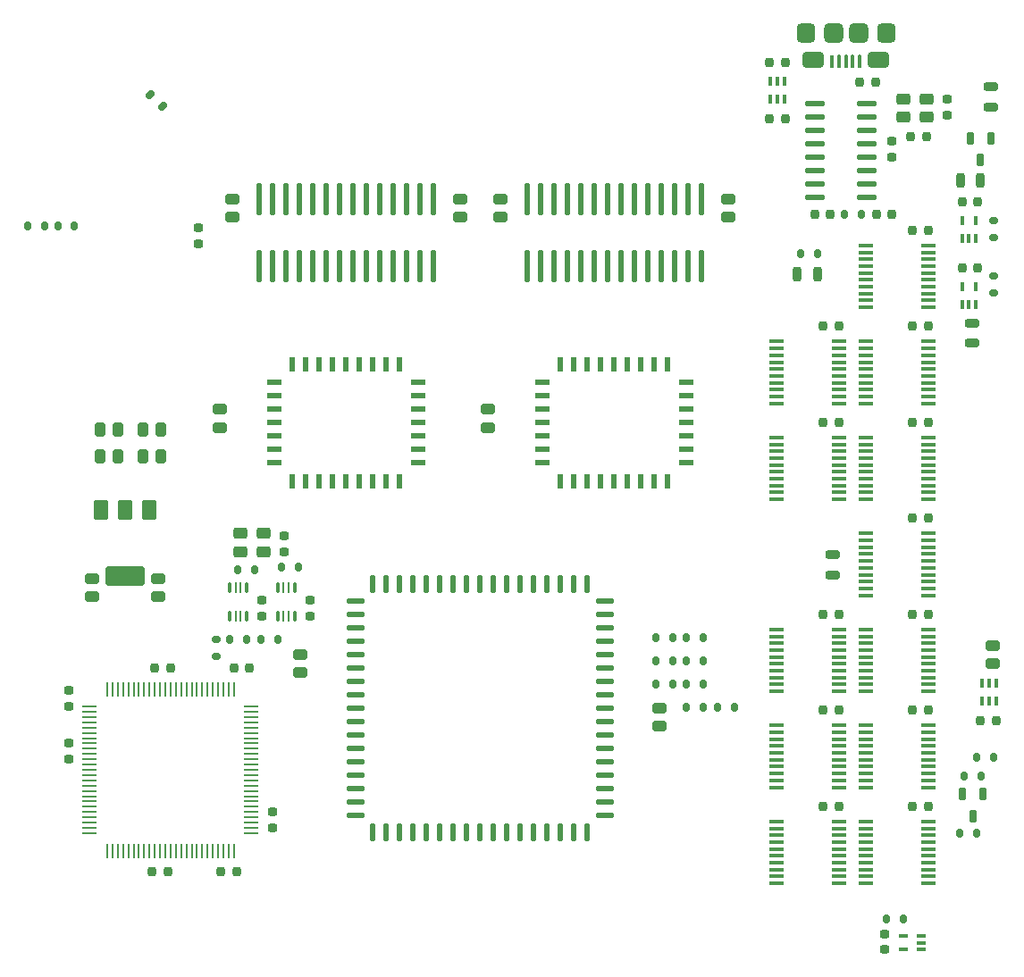
<source format=gtp>
G04 #@! TF.GenerationSoftware,KiCad,Pcbnew,8.0.5*
G04 #@! TF.CreationDate,2024-10-03T05:33:06-04:00*
G04 #@! TF.ProjectId,WarpSE,57617270-5345-42e6-9b69-6361645f7063,1.0*
G04 #@! TF.SameCoordinates,Original*
G04 #@! TF.FileFunction,Paste,Top*
G04 #@! TF.FilePolarity,Positive*
%FSLAX46Y46*%
G04 Gerber Fmt 4.6, Leading zero omitted, Abs format (unit mm)*
G04 Created by KiCad (PCBNEW 8.0.5) date 2024-10-03 05:33:06*
%MOMM*%
%LPD*%
G01*
G04 APERTURE LIST*
G04 Aperture macros list*
%AMRoundRect*
0 Rectangle with rounded corners*
0 $1 Rounding radius*
0 $2 $3 $4 $5 $6 $7 $8 $9 X,Y pos of 4 corners*
0 Add a 4 corners polygon primitive as box body*
4,1,4,$2,$3,$4,$5,$6,$7,$8,$9,$2,$3,0*
0 Add four circle primitives for the rounded corners*
1,1,$1+$1,$2,$3*
1,1,$1+$1,$4,$5*
1,1,$1+$1,$6,$7*
1,1,$1+$1,$8,$9*
0 Add four rect primitives between the rounded corners*
20,1,$1+$1,$2,$3,$4,$5,0*
20,1,$1+$1,$4,$5,$6,$7,0*
20,1,$1+$1,$6,$7,$8,$9,0*
20,1,$1+$1,$8,$9,$2,$3,0*%
G04 Aperture macros list end*
%ADD10RoundRect,0.250000X-0.250000X-0.425000X0.250000X-0.425000X0.250000X0.425000X-0.250000X0.425000X0*%
%ADD11RoundRect,0.057500X0.645000X0.057500X-0.645000X0.057500X-0.645000X-0.057500X0.645000X-0.057500X0*%
%ADD12RoundRect,0.057500X0.057500X0.645000X-0.057500X0.645000X-0.057500X-0.645000X0.057500X-0.645000X0*%
%ADD13RoundRect,0.137500X-0.137500X1.361500X-0.137500X-1.361500X0.137500X-1.361500X0.137500X1.361500X0*%
%ADD14RoundRect,0.192500X-0.192500X-0.242500X0.192500X-0.242500X0.192500X0.242500X-0.192500X0.242500X0*%
%ADD15RoundRect,0.092500X-0.592500X-0.092500X0.592500X-0.092500X0.592500X0.092500X-0.592500X0.092500X0*%
%ADD16RoundRect,0.192500X0.192500X0.242500X-0.192500X0.242500X-0.192500X-0.242500X0.192500X-0.242500X0*%
%ADD17RoundRect,0.250000X0.425000X-0.250000X0.425000X0.250000X-0.425000X0.250000X-0.425000X-0.250000X0*%
%ADD18RoundRect,0.250000X-0.425000X0.250000X-0.425000X-0.250000X0.425000X-0.250000X0.425000X0.250000X0*%
%ADD19RoundRect,0.192500X-0.242500X0.192500X-0.242500X-0.192500X0.242500X-0.192500X0.242500X0.192500X0*%
%ADD20RoundRect,0.192500X0.242500X-0.192500X0.242500X0.192500X-0.242500X0.192500X-0.242500X-0.192500X0*%
%ADD21RoundRect,0.137500X0.575000X-0.137500X0.575000X0.137500X-0.575000X0.137500X-0.575000X-0.137500X0*%
%ADD22RoundRect,0.137500X0.137500X-0.575000X0.137500X0.575000X-0.137500X0.575000X-0.137500X-0.575000X0*%
%ADD23RoundRect,0.137500X-0.137500X-0.687500X0.137500X-0.687500X0.137500X0.687500X-0.137500X0.687500X0*%
%ADD24RoundRect,0.137500X-0.687500X-0.137500X0.687500X-0.137500X0.687500X0.137500X-0.687500X0.137500X0*%
%ADD25RoundRect,0.280000X-0.420000X0.670000X-0.420000X-0.670000X0.420000X-0.670000X0.420000X0.670000X0*%
%ADD26RoundRect,0.285000X-1.565000X0.665000X-1.565000X-0.665000X1.565000X-0.665000X1.565000X0.665000X0*%
%ADD27RoundRect,0.150000X0.150000X0.275000X-0.150000X0.275000X-0.150000X-0.275000X0.150000X-0.275000X0*%
%ADD28RoundRect,0.150000X0.300520X0.088388X0.088388X0.300520X-0.300520X-0.088388X-0.088388X-0.300520X0*%
%ADD29RoundRect,0.175000X-0.175000X0.450000X-0.175000X-0.450000X0.175000X-0.450000X0.175000X0.450000X0*%
%ADD30RoundRect,0.137500X0.812500X0.137500X-0.812500X0.137500X-0.812500X-0.137500X0.812500X-0.137500X0*%
%ADD31RoundRect,0.080000X0.080000X-0.380000X0.080000X0.380000X-0.080000X0.380000X-0.080000X-0.380000X0*%
%ADD32RoundRect,0.200000X-0.200000X-0.475000X0.200000X-0.475000X0.200000X0.475000X-0.200000X0.475000X0*%
%ADD33RoundRect,0.080000X0.080000X0.555000X-0.080000X0.555000X-0.080000X-0.555000X0.080000X-0.555000X0*%
%ADD34RoundRect,0.075000X0.075000X0.550000X-0.075000X0.550000X-0.075000X-0.550000X0.075000X-0.550000X0*%
%ADD35RoundRect,0.437500X0.437500X0.487500X-0.437500X0.487500X-0.437500X-0.487500X0.437500X-0.487500X0*%
%ADD36RoundRect,0.387500X0.637500X0.387500X-0.637500X0.387500X-0.637500X-0.387500X0.637500X-0.387500X0*%
%ADD37RoundRect,0.462500X0.462500X0.462500X-0.462500X0.462500X-0.462500X-0.462500X0.462500X-0.462500X0*%
%ADD38RoundRect,0.150000X-0.150000X-0.275000X0.150000X-0.275000X0.150000X0.275000X-0.150000X0.275000X0*%
%ADD39RoundRect,0.200000X0.475000X-0.200000X0.475000X0.200000X-0.475000X0.200000X-0.475000X-0.200000X0*%
%ADD40RoundRect,0.150000X0.275000X-0.150000X0.275000X0.150000X-0.275000X0.150000X-0.275000X-0.150000X0*%
%ADD41RoundRect,0.150000X-0.275000X0.150000X-0.275000X-0.150000X0.275000X-0.150000X0.275000X0.150000X0*%
%ADD42RoundRect,0.080000X-0.080000X0.380000X-0.080000X-0.380000X0.080000X-0.380000X0.080000X0.380000X0*%
%ADD43RoundRect,0.275000X0.375000X0.275000X-0.375000X0.275000X-0.375000X-0.275000X0.375000X-0.275000X0*%
%ADD44RoundRect,0.087500X-0.087500X0.387500X-0.087500X-0.387500X0.087500X-0.387500X0.087500X0.387500X0*%
%ADD45RoundRect,0.062500X-0.062500X0.412500X-0.062500X-0.412500X0.062500X-0.412500X0.062500X0.412500X0*%
%ADD46RoundRect,0.087500X0.087500X0.387500X-0.087500X0.387500X-0.087500X-0.387500X0.087500X-0.387500X0*%
%ADD47RoundRect,0.200000X0.200000X0.475000X-0.200000X0.475000X-0.200000X-0.475000X0.200000X-0.475000X0*%
%ADD48RoundRect,0.080000X0.380000X0.080000X-0.380000X0.080000X-0.380000X-0.080000X0.380000X-0.080000X0*%
G04 APERTURE END LIST*
D10*
X112550000Y-76800000D03*
X114250000Y-76800000D03*
X116600000Y-76800000D03*
X118300000Y-76800000D03*
X116600000Y-79400000D03*
X118300000Y-79400000D03*
X112550000Y-79400000D03*
X114250000Y-79400000D03*
D11*
X126912500Y-115100000D03*
X126912500Y-114600000D03*
X126912500Y-114100000D03*
X126912500Y-113600000D03*
X126912500Y-113100000D03*
X126912500Y-112600000D03*
X126912500Y-112100000D03*
X126912500Y-111600000D03*
X126912500Y-111100000D03*
X126912500Y-110600000D03*
X126912500Y-110100000D03*
X126912500Y-109600000D03*
X126912500Y-109100000D03*
X126912500Y-108600000D03*
X126912500Y-108100000D03*
X126912500Y-107600000D03*
X126912500Y-107100000D03*
X126912500Y-106600000D03*
X126912500Y-106100000D03*
X126912500Y-105600000D03*
X126912500Y-105100000D03*
X126912500Y-104600000D03*
X126912500Y-104100000D03*
X126912500Y-103600000D03*
X126912500Y-103100000D03*
D12*
X125250000Y-101437500D03*
X124750000Y-101437500D03*
X124250000Y-101437500D03*
X123750000Y-101437500D03*
X123250000Y-101437500D03*
X122750000Y-101437500D03*
X122250000Y-101437500D03*
X121750000Y-101437500D03*
X121250000Y-101437500D03*
X120750000Y-101437500D03*
X120250000Y-101437500D03*
X119750000Y-101437500D03*
X119250000Y-101437500D03*
X118750000Y-101437500D03*
X118250000Y-101437500D03*
X117750000Y-101437500D03*
X117250000Y-101437500D03*
X116750000Y-101437500D03*
X116250000Y-101437500D03*
X115750000Y-101437500D03*
X115250000Y-101437500D03*
X114750000Y-101437500D03*
X114250000Y-101437500D03*
X113750000Y-101437500D03*
X113250000Y-101437500D03*
D11*
X111587500Y-103100000D03*
X111587500Y-103600000D03*
X111587500Y-104100000D03*
X111587500Y-104600000D03*
X111587500Y-105100000D03*
X111587500Y-105600000D03*
X111587500Y-106100000D03*
X111587500Y-106600000D03*
X111587500Y-107100000D03*
X111587500Y-107600000D03*
X111587500Y-108100000D03*
X111587500Y-108600000D03*
X111587500Y-109100000D03*
X111587500Y-109600000D03*
X111587500Y-110100000D03*
X111587500Y-110600000D03*
X111587500Y-111100000D03*
X111587500Y-111600000D03*
X111587500Y-112100000D03*
X111587500Y-112600000D03*
X111587500Y-113100000D03*
X111587500Y-113600000D03*
X111587500Y-114100000D03*
X111587500Y-114600000D03*
X111587500Y-115100000D03*
D12*
X113250000Y-116762500D03*
X113750000Y-116762500D03*
X114250000Y-116762500D03*
X114750000Y-116762500D03*
X115250000Y-116762500D03*
X115750000Y-116762500D03*
X116250000Y-116762500D03*
X116750000Y-116762500D03*
X117250000Y-116762500D03*
X117750000Y-116762500D03*
X118250000Y-116762500D03*
X118750000Y-116762500D03*
X119250000Y-116762500D03*
X119750000Y-116762500D03*
X120250000Y-116762500D03*
X120750000Y-116762500D03*
X121250000Y-116762500D03*
X121750000Y-116762500D03*
X122250000Y-116762500D03*
X122750000Y-116762500D03*
X123250000Y-116762500D03*
X123750000Y-116762500D03*
X124250000Y-116762500D03*
X124750000Y-116762500D03*
X125250000Y-116762500D03*
D13*
X169545000Y-54991000D03*
X168275000Y-54991000D03*
X167005000Y-54991000D03*
X165735000Y-54991000D03*
X164465000Y-54991000D03*
X163195000Y-54991000D03*
X161925000Y-54991000D03*
X160655000Y-54991000D03*
X159385000Y-54991000D03*
X158115000Y-54991000D03*
X156845000Y-54991000D03*
X155575000Y-54991000D03*
X154305000Y-54991000D03*
X153035000Y-54991000D03*
X153035000Y-61341000D03*
X154305000Y-61341000D03*
X155575000Y-61341000D03*
X156845000Y-61341000D03*
X158115000Y-61341000D03*
X159385000Y-61341000D03*
X160655000Y-61341000D03*
X161925000Y-61341000D03*
X163195000Y-61341000D03*
X164465000Y-61341000D03*
X165735000Y-61341000D03*
X167005000Y-61341000D03*
X168275000Y-61341000D03*
X169545000Y-61341000D03*
D14*
X125250000Y-99450000D03*
X126750000Y-99450000D03*
D15*
X176650000Y-95800000D03*
X176650000Y-96450000D03*
X176650000Y-97100000D03*
X176650000Y-97750000D03*
X176650000Y-98400000D03*
X176650000Y-99050000D03*
X176650000Y-99700000D03*
X176650000Y-100350000D03*
X176650000Y-101000000D03*
X176650000Y-101650000D03*
X182550000Y-101650000D03*
X182550000Y-101000000D03*
X182550000Y-100350000D03*
X182550000Y-99700000D03*
X182550000Y-99050000D03*
X182550000Y-98400000D03*
X182550000Y-97750000D03*
X182550000Y-97100000D03*
X182550000Y-96450000D03*
X182550000Y-95800000D03*
D16*
X182550000Y-94350000D03*
X181050000Y-94350000D03*
X191050000Y-57950000D03*
X189550000Y-57950000D03*
X191050000Y-94350000D03*
X189550000Y-94350000D03*
X191050000Y-85250000D03*
X189550000Y-85250000D03*
X182550000Y-112550000D03*
X181050000Y-112550000D03*
X191050000Y-112550000D03*
X189550000Y-112550000D03*
X191050000Y-67050000D03*
X189550000Y-67050000D03*
X182550000Y-67050000D03*
X181050000Y-67050000D03*
X182550000Y-76150000D03*
X181050000Y-76150000D03*
X182550000Y-103450000D03*
X181050000Y-103450000D03*
X191050000Y-103450000D03*
X189550000Y-103450000D03*
D17*
X197167500Y-99060000D03*
X197167500Y-97360000D03*
D18*
X131572000Y-98171000D03*
X131572000Y-99871000D03*
X165608000Y-103251000D03*
X165608000Y-104951000D03*
D15*
X176650000Y-68500000D03*
X176650000Y-69150000D03*
X176650000Y-69800000D03*
X176650000Y-70450000D03*
X176650000Y-71100000D03*
X176650000Y-71750000D03*
X176650000Y-72400000D03*
X176650000Y-73050000D03*
X176650000Y-73700000D03*
X176650000Y-74350000D03*
X182550000Y-74350000D03*
X182550000Y-73700000D03*
X182550000Y-73050000D03*
X182550000Y-72400000D03*
X182550000Y-71750000D03*
X182550000Y-71100000D03*
X182550000Y-70450000D03*
X182550000Y-69800000D03*
X182550000Y-69150000D03*
X182550000Y-68500000D03*
X176650000Y-77600000D03*
X176650000Y-78250000D03*
X176650000Y-78900000D03*
X176650000Y-79550000D03*
X176650000Y-80200000D03*
X176650000Y-80850000D03*
X176650000Y-81500000D03*
X176650000Y-82150000D03*
X176650000Y-82800000D03*
X176650000Y-83450000D03*
X182550000Y-83450000D03*
X182550000Y-82800000D03*
X182550000Y-82150000D03*
X182550000Y-81500000D03*
X182550000Y-80850000D03*
X182550000Y-80200000D03*
X182550000Y-79550000D03*
X182550000Y-78900000D03*
X182550000Y-78250000D03*
X182550000Y-77600000D03*
X185150000Y-59400000D03*
X185150000Y-60050000D03*
X185150000Y-60700000D03*
X185150000Y-61350000D03*
X185150000Y-62000000D03*
X185150000Y-62650000D03*
X185150000Y-63300000D03*
X185150000Y-63950000D03*
X185150000Y-64600000D03*
X185150000Y-65250000D03*
X191050000Y-65250000D03*
X191050000Y-64600000D03*
X191050000Y-63950000D03*
X191050000Y-63300000D03*
X191050000Y-62650000D03*
X191050000Y-62000000D03*
X191050000Y-61350000D03*
X191050000Y-60700000D03*
X191050000Y-60050000D03*
X191050000Y-59400000D03*
X185150000Y-68500000D03*
X185150000Y-69150000D03*
X185150000Y-69800000D03*
X185150000Y-70450000D03*
X185150000Y-71100000D03*
X185150000Y-71750000D03*
X185150000Y-72400000D03*
X185150000Y-73050000D03*
X185150000Y-73700000D03*
X185150000Y-74350000D03*
X191050000Y-74350000D03*
X191050000Y-73700000D03*
X191050000Y-73050000D03*
X191050000Y-72400000D03*
X191050000Y-71750000D03*
X191050000Y-71100000D03*
X191050000Y-70450000D03*
X191050000Y-69800000D03*
X191050000Y-69150000D03*
X191050000Y-68500000D03*
X185150000Y-86700000D03*
X185150000Y-87350000D03*
X185150000Y-88000000D03*
X185150000Y-88650000D03*
X185150000Y-89300000D03*
X185150000Y-89950000D03*
X185150000Y-90600000D03*
X185150000Y-91250000D03*
X185150000Y-91900000D03*
X185150000Y-92550000D03*
X191050000Y-92550000D03*
X191050000Y-91900000D03*
X191050000Y-91250000D03*
X191050000Y-90600000D03*
X191050000Y-89950000D03*
X191050000Y-89300000D03*
X191050000Y-88650000D03*
X191050000Y-88000000D03*
X191050000Y-87350000D03*
X191050000Y-86700000D03*
X185150000Y-77600000D03*
X185150000Y-78250000D03*
X185150000Y-78900000D03*
X185150000Y-79550000D03*
X185150000Y-80200000D03*
X185150000Y-80850000D03*
X185150000Y-81500000D03*
X185150000Y-82150000D03*
X185150000Y-82800000D03*
X185150000Y-83450000D03*
X191050000Y-83450000D03*
X191050000Y-82800000D03*
X191050000Y-82150000D03*
X191050000Y-81500000D03*
X191050000Y-80850000D03*
X191050000Y-80200000D03*
X191050000Y-79550000D03*
X191050000Y-78900000D03*
X191050000Y-78250000D03*
X191050000Y-77600000D03*
X176650000Y-104900000D03*
X176650000Y-105550000D03*
X176650000Y-106200000D03*
X176650000Y-106850000D03*
X176650000Y-107500000D03*
X176650000Y-108150000D03*
X176650000Y-108800000D03*
X176650000Y-109450000D03*
X176650000Y-110100000D03*
X176650000Y-110750000D03*
X182550000Y-110750000D03*
X182550000Y-110100000D03*
X182550000Y-109450000D03*
X182550000Y-108800000D03*
X182550000Y-108150000D03*
X182550000Y-107500000D03*
X182550000Y-106850000D03*
X182550000Y-106200000D03*
X182550000Y-105550000D03*
X182550000Y-104900000D03*
X176650000Y-114000000D03*
X176650000Y-114650000D03*
X176650000Y-115300000D03*
X176650000Y-115950000D03*
X176650000Y-116600000D03*
X176650000Y-117250000D03*
X176650000Y-117900000D03*
X176650000Y-118550000D03*
X176650000Y-119200000D03*
X176650000Y-119850000D03*
X182550000Y-119850000D03*
X182550000Y-119200000D03*
X182550000Y-118550000D03*
X182550000Y-117900000D03*
X182550000Y-117250000D03*
X182550000Y-116600000D03*
X182550000Y-115950000D03*
X182550000Y-115300000D03*
X182550000Y-114650000D03*
X182550000Y-114000000D03*
X185150000Y-95800000D03*
X185150000Y-96450000D03*
X185150000Y-97100000D03*
X185150000Y-97750000D03*
X185150000Y-98400000D03*
X185150000Y-99050000D03*
X185150000Y-99700000D03*
X185150000Y-100350000D03*
X185150000Y-101000000D03*
X185150000Y-101650000D03*
X191050000Y-101650000D03*
X191050000Y-101000000D03*
X191050000Y-100350000D03*
X191050000Y-99700000D03*
X191050000Y-99050000D03*
X191050000Y-98400000D03*
X191050000Y-97750000D03*
X191050000Y-97100000D03*
X191050000Y-96450000D03*
X191050000Y-95800000D03*
X185150000Y-104900000D03*
X185150000Y-105550000D03*
X185150000Y-106200000D03*
X185150000Y-106850000D03*
X185150000Y-107500000D03*
X185150000Y-108150000D03*
X185150000Y-108800000D03*
X185150000Y-109450000D03*
X185150000Y-110100000D03*
X185150000Y-110750000D03*
X191050000Y-110750000D03*
X191050000Y-110100000D03*
X191050000Y-109450000D03*
X191050000Y-108800000D03*
X191050000Y-108150000D03*
X191050000Y-107500000D03*
X191050000Y-106850000D03*
X191050000Y-106200000D03*
X191050000Y-105550000D03*
X191050000Y-104900000D03*
X185150000Y-114000000D03*
X185150000Y-114650000D03*
X185150000Y-115300000D03*
X185150000Y-115950000D03*
X185150000Y-116600000D03*
X185150000Y-117250000D03*
X185150000Y-117900000D03*
X185150000Y-118550000D03*
X185150000Y-119200000D03*
X185150000Y-119850000D03*
X191050000Y-119850000D03*
X191050000Y-119200000D03*
X191050000Y-118550000D03*
X191050000Y-117900000D03*
X191050000Y-117250000D03*
X191050000Y-116600000D03*
X191050000Y-115950000D03*
X191050000Y-115300000D03*
X191050000Y-114650000D03*
X191050000Y-114000000D03*
D13*
X144145000Y-54991000D03*
X142875000Y-54991000D03*
X141605000Y-54991000D03*
X140335000Y-54991000D03*
X139065000Y-54991000D03*
X137795000Y-54991000D03*
X136525000Y-54991000D03*
X135255000Y-54991000D03*
X133985000Y-54991000D03*
X132715000Y-54991000D03*
X131445000Y-54991000D03*
X130175000Y-54991000D03*
X128905000Y-54991000D03*
X127635000Y-54991000D03*
X127635000Y-61341000D03*
X128905000Y-61341000D03*
X130175000Y-61341000D03*
X131445000Y-61341000D03*
X132715000Y-61341000D03*
X133985000Y-61341000D03*
X135255000Y-61341000D03*
X136525000Y-61341000D03*
X137795000Y-61341000D03*
X139065000Y-61341000D03*
X140335000Y-61341000D03*
X141605000Y-61341000D03*
X142875000Y-61341000D03*
X144145000Y-61341000D03*
D14*
X124000000Y-118750000D03*
X125500000Y-118750000D03*
D19*
X109600000Y-106600000D03*
X109600000Y-108100000D03*
D16*
X119000000Y-118750000D03*
X117500000Y-118750000D03*
X119250000Y-99450000D03*
X117750000Y-99450000D03*
D19*
X128900000Y-113100000D03*
X128900000Y-114600000D03*
D20*
X109600000Y-103100000D03*
X109600000Y-101600000D03*
D21*
X129052500Y-76200000D03*
X129052500Y-77470000D03*
X129052500Y-78740000D03*
X129052500Y-80010000D03*
D22*
X130810000Y-81762500D03*
X132080000Y-81762500D03*
X133350000Y-81762500D03*
X134620000Y-81762500D03*
X135890000Y-81762500D03*
X137160000Y-81762500D03*
X138430000Y-81762500D03*
X139700000Y-81762500D03*
X140970000Y-81762500D03*
D21*
X142727500Y-80010000D03*
X142727500Y-78740000D03*
X142727500Y-77470000D03*
X142727500Y-76200000D03*
X142727500Y-74930000D03*
X142727500Y-73660000D03*
X142727500Y-72390000D03*
D22*
X140970000Y-70637500D03*
X139700000Y-70637500D03*
X138430000Y-70637500D03*
X137160000Y-70637500D03*
X135890000Y-70637500D03*
X134620000Y-70637500D03*
X133350000Y-70637500D03*
X132080000Y-70637500D03*
X130810000Y-70637500D03*
D21*
X129052500Y-72390000D03*
X129052500Y-73660000D03*
X129052500Y-74930000D03*
X154452500Y-76200000D03*
X154452500Y-77470000D03*
X154452500Y-78740000D03*
X154452500Y-80010000D03*
D22*
X156210000Y-81762500D03*
X157480000Y-81762500D03*
X158750000Y-81762500D03*
X160020000Y-81762500D03*
X161290000Y-81762500D03*
X162560000Y-81762500D03*
X163830000Y-81762500D03*
X165100000Y-81762500D03*
X166370000Y-81762500D03*
D21*
X168127500Y-80010000D03*
X168127500Y-78740000D03*
X168127500Y-77470000D03*
X168127500Y-76200000D03*
X168127500Y-74930000D03*
X168127500Y-73660000D03*
X168127500Y-72390000D03*
D22*
X166370000Y-70637500D03*
X165100000Y-70637500D03*
X163830000Y-70637500D03*
X162560000Y-70637500D03*
X161290000Y-70637500D03*
X160020000Y-70637500D03*
X158750000Y-70637500D03*
X157480000Y-70637500D03*
X156210000Y-70637500D03*
D21*
X154452500Y-72390000D03*
X154452500Y-73660000D03*
X154452500Y-74930000D03*
D23*
X148590000Y-91451000D03*
X147320000Y-91451000D03*
X146050000Y-91451000D03*
X144780000Y-91451000D03*
X143510000Y-91451000D03*
X142240000Y-91451000D03*
X140970000Y-91451000D03*
X139700000Y-91451000D03*
X138430000Y-91451000D03*
D24*
X136790000Y-93091000D03*
X136790000Y-94361000D03*
X136790000Y-95631000D03*
X136790000Y-96901000D03*
X136790000Y-98171000D03*
X136790000Y-99441000D03*
X136790000Y-100711000D03*
X136790000Y-101981000D03*
X136790000Y-103251000D03*
X136790000Y-104521000D03*
X136790000Y-105791000D03*
X136790000Y-107061000D03*
X136790000Y-108331000D03*
X136790000Y-109601000D03*
X136790000Y-110871000D03*
X136790000Y-112141000D03*
X136790000Y-113411000D03*
D23*
X138430000Y-115051000D03*
X139700000Y-115051000D03*
X140970000Y-115051000D03*
X142240000Y-115051000D03*
X143510000Y-115051000D03*
X144780000Y-115051000D03*
X146050000Y-115051000D03*
X147320000Y-115051000D03*
X148590000Y-115051000D03*
X149860000Y-115051000D03*
X151130000Y-115051000D03*
X152400000Y-115051000D03*
X153670000Y-115051000D03*
X154940000Y-115051000D03*
X156210000Y-115051000D03*
X157480000Y-115051000D03*
X158750000Y-115051000D03*
D24*
X160390000Y-113411000D03*
X160390000Y-112141000D03*
X160390000Y-110871000D03*
X160390000Y-109601000D03*
X160390000Y-108331000D03*
X160390000Y-107061000D03*
X160390000Y-105791000D03*
X160390000Y-104521000D03*
X160390000Y-103251000D03*
X160390000Y-101981000D03*
X160390000Y-100711000D03*
X160390000Y-99441000D03*
X160390000Y-98171000D03*
X160390000Y-96901000D03*
X160390000Y-95631000D03*
X160390000Y-94361000D03*
X160390000Y-93091000D03*
D23*
X158750000Y-91451000D03*
X157480000Y-91451000D03*
X156210000Y-91451000D03*
X154940000Y-91451000D03*
X153670000Y-91451000D03*
X152400000Y-91451000D03*
X151130000Y-91451000D03*
X149860000Y-91451000D03*
D25*
X117250000Y-84450000D03*
D26*
X114950000Y-90750000D03*
D25*
X114950000Y-84450000D03*
X112650000Y-84450000D03*
D18*
X111800000Y-90950000D03*
X111800000Y-92650000D03*
X118100000Y-90950000D03*
X118100000Y-92650000D03*
X123952000Y-74930000D03*
X123952000Y-76630000D03*
X149352000Y-74930000D03*
X149352000Y-76630000D03*
X172085000Y-54991000D03*
X172085000Y-56691000D03*
X125095000Y-54991000D03*
X125095000Y-56691000D03*
X146685000Y-54991000D03*
X146685000Y-56691000D03*
X150495000Y-54991000D03*
X150495000Y-56691000D03*
D16*
X191050000Y-76150000D03*
X189550000Y-76150000D03*
D27*
X107300000Y-57550000D03*
X105700000Y-57550000D03*
D28*
X118479370Y-46216370D03*
X117348000Y-45085000D03*
D29*
X196200000Y-111400000D03*
X194300000Y-111400000D03*
X195250000Y-113500000D03*
D30*
X185228000Y-54800500D03*
X185228000Y-53530500D03*
X185228000Y-52260500D03*
X185228000Y-50990500D03*
X185228000Y-49720500D03*
X185228000Y-48450500D03*
X185228000Y-47180500D03*
X185228000Y-45910500D03*
X180278000Y-45910500D03*
X180278000Y-47180500D03*
X180278000Y-48450500D03*
X180278000Y-49720500D03*
X180278000Y-50990500D03*
X180278000Y-52260500D03*
X180278000Y-53530500D03*
X180278000Y-54800500D03*
D14*
X180276500Y-56451500D03*
X181776500Y-56451500D03*
D27*
X196050000Y-109650000D03*
X194450000Y-109650000D03*
D19*
X121850000Y-57700000D03*
X121850000Y-59200000D03*
D27*
X169750000Y-98750000D03*
X168150000Y-98750000D03*
D31*
X194250000Y-65000000D03*
X194900000Y-65000000D03*
X195550000Y-65000000D03*
X195550000Y-63300000D03*
X194250000Y-63300000D03*
D20*
X186900000Y-126150000D03*
X186900000Y-124650000D03*
D27*
X169750000Y-100950000D03*
X168150000Y-100950000D03*
X110150000Y-57550000D03*
X108550000Y-57550000D03*
D32*
X194100000Y-53250000D03*
X196000000Y-53250000D03*
D33*
X184550000Y-41925000D03*
X183900000Y-41925000D03*
X183250000Y-41925000D03*
X182600000Y-41925000D03*
D34*
X181950000Y-41925000D03*
D35*
X187050000Y-39250000D03*
D36*
X186350000Y-41800000D03*
D37*
X184450000Y-39250000D03*
X182050000Y-39250000D03*
D36*
X180150000Y-41800000D03*
D35*
X179450000Y-39250000D03*
D38*
X168150000Y-103150000D03*
X169750000Y-103150000D03*
D39*
X196950000Y-46250000D03*
X196950000Y-44350000D03*
D38*
X187100000Y-123200000D03*
X188700000Y-123200000D03*
X183134000Y-56451500D03*
X184734000Y-56451500D03*
X129750000Y-89850000D03*
X131350000Y-89850000D03*
D14*
X194250000Y-61500000D03*
X195750000Y-61500000D03*
D38*
X165250000Y-96550000D03*
X166850000Y-96550000D03*
D40*
X123550000Y-98350000D03*
X123550000Y-96750000D03*
D38*
X124850000Y-96750000D03*
X126450000Y-96750000D03*
D31*
X194250000Y-58750000D03*
X194900000Y-58750000D03*
X195550000Y-58750000D03*
X195550000Y-57050000D03*
X194250000Y-57050000D03*
D27*
X195650000Y-115150000D03*
X194050000Y-115150000D03*
D38*
X165250000Y-98750000D03*
X166850000Y-98750000D03*
D14*
X189350000Y-49099400D03*
X190850000Y-49099400D03*
D39*
X195200000Y-68650000D03*
X195200000Y-66750000D03*
D38*
X165250000Y-100950000D03*
X166850000Y-100950000D03*
D14*
X184550000Y-43900000D03*
X186050000Y-43900000D03*
D41*
X197200000Y-62250000D03*
X197200000Y-63850000D03*
D42*
X177400000Y-43850000D03*
X176750000Y-43850000D03*
X176100000Y-43850000D03*
X176100000Y-45550000D03*
X176750000Y-45550000D03*
X177400000Y-45550000D03*
D38*
X127800000Y-96750000D03*
X129400000Y-96750000D03*
D19*
X192850000Y-45499400D03*
X192850000Y-46999400D03*
D27*
X127250000Y-90100000D03*
X125650000Y-90100000D03*
D20*
X127900000Y-94550000D03*
X127900000Y-93050000D03*
D14*
X194250000Y-55250000D03*
X195750000Y-55250000D03*
D39*
X182000000Y-90600000D03*
X182000000Y-88700000D03*
D29*
X196950000Y-49200000D03*
X195050000Y-49200000D03*
X196000000Y-51300000D03*
D20*
X130000000Y-88400000D03*
X130000000Y-86900000D03*
D16*
X177500000Y-47350000D03*
X176000000Y-47350000D03*
D43*
X190849400Y-45500000D03*
X188649400Y-45500000D03*
X188649400Y-47200000D03*
X190849400Y-47200000D03*
D14*
X186118500Y-56451500D03*
X187618500Y-56451500D03*
D40*
X197200000Y-58650000D03*
X197200000Y-57050000D03*
D44*
X126450000Y-91850000D03*
D45*
X125900000Y-91850000D03*
X125400000Y-91850000D03*
D44*
X124850000Y-91850000D03*
D46*
X124850000Y-94550000D03*
D45*
X125400000Y-94550000D03*
X125900000Y-94550000D03*
D44*
X126450000Y-94550000D03*
D27*
X197250000Y-107950000D03*
X195650000Y-107950000D03*
D16*
X177500000Y-42050000D03*
X176000000Y-42050000D03*
D20*
X132450000Y-94550000D03*
X132450000Y-93050000D03*
D43*
X128050000Y-86700000D03*
X125850000Y-86700000D03*
X125850000Y-88400000D03*
X128050000Y-88400000D03*
D16*
X197450000Y-104450000D03*
X195950000Y-104450000D03*
D27*
X169750000Y-96550000D03*
X168150000Y-96550000D03*
X172650000Y-103150000D03*
X171050000Y-103150000D03*
D38*
X178950000Y-60150000D03*
X180550000Y-60150000D03*
D44*
X131000000Y-91850000D03*
D45*
X130450000Y-91850000D03*
X129950000Y-91850000D03*
D44*
X129400000Y-91850000D03*
D46*
X129400000Y-94550000D03*
D45*
X129950000Y-94550000D03*
X130450000Y-94550000D03*
D44*
X131000000Y-94550000D03*
D42*
X197450000Y-100900000D03*
X196800000Y-100900000D03*
X196150000Y-100900000D03*
X196150000Y-102600000D03*
X196800000Y-102600000D03*
X197450000Y-102600000D03*
D20*
X187579000Y-50990500D03*
X187579000Y-49490500D03*
D47*
X180550000Y-62150000D03*
X178650000Y-62150000D03*
D48*
X190400000Y-126150000D03*
X190400000Y-125500000D03*
X190400000Y-124850000D03*
X188700000Y-124850000D03*
X188700000Y-126150000D03*
M02*

</source>
